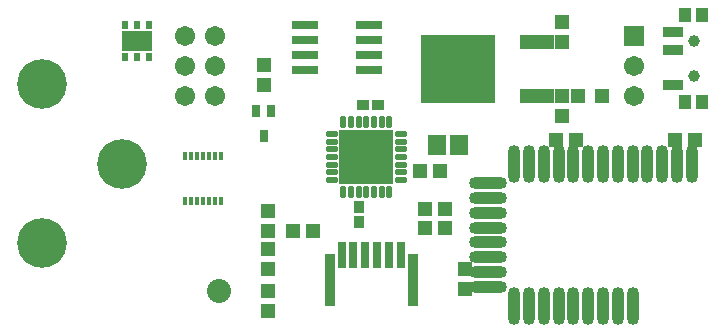
<source format=gbr>
G04 DipTrace 2.4.0.2*
%INTopMask.gbr*%
%MOIN*%
%ADD48C,0.0394*%
%ADD49C,0.08*%
%ADD55R,0.1025X0.0671*%
%ADD57R,0.0237X0.0316*%
%ADD59R,0.0178X0.0316*%
%ADD61O,0.1261X0.0415*%
%ADD63O,0.0415X0.1261*%
%ADD65R,0.0277X0.0415*%
%ADD67R,0.2501X0.2265*%
%ADD69R,0.1163X0.0474*%
%ADD71R,0.1812X0.1812*%
%ADD73O,0.0218X0.0415*%
%ADD75O,0.0415X0.0218*%
%ADD77R,0.0867X0.0316*%
%ADD79C,0.1655*%
%ADD81R,0.0474X0.0474*%
%ADD85C,0.0671*%
%ADD87R,0.067X0.067*%
%ADD89R,0.0356X0.1734*%
%ADD91R,0.0316X0.0867*%
%ADD93R,0.0592X0.0671*%
%ADD95R,0.0513X0.0474*%
%ADD97R,0.0434X0.0356*%
%ADD99R,0.0356X0.0434*%
%ADD101R,0.0474X0.0513*%
%ADD103R,0.0395X0.0513*%
%ADD105R,0.0671X0.0356*%
%FSLAX44Y44*%
G04*
G70*
G90*
G75*
G01*
%LNTopMask*%
%LPD*%
D105*
X29065Y12565D3*
Y13746D3*
Y14337D3*
D103*
X29478Y12014D3*
X30030D3*
X29478Y14888D3*
X30030D3*
D48*
X29754Y12860D3*
Y14041D3*
D101*
X15565Y5690D3*
Y5021D3*
D99*
X18599Y8504D3*
Y7993D3*
D97*
X18723Y11885D3*
X19235D3*
D101*
X25376Y12192D3*
Y11523D3*
X25375Y14001D3*
Y14670D3*
D95*
X29125Y10720D3*
X29794D3*
X25845D3*
X25176D3*
D101*
X22139Y6428D3*
Y5759D3*
D93*
X21940Y10565D3*
X21192D3*
D91*
X18026Y6890D3*
X18419D3*
X18813D3*
X19207D3*
X19601D3*
X19994D3*
D89*
X17632Y6063D3*
X20388D3*
D87*
X27780Y14200D3*
D85*
Y13200D3*
Y12200D3*
D49*
X13940Y5690D3*
D81*
X26692Y12193D3*
X25905D3*
D101*
X15565Y7690D3*
Y8359D3*
D95*
X17065Y7690D3*
X16396D3*
X20815Y8440D3*
X21484D3*
X20815Y7815D3*
X21484D3*
D101*
X15565Y6440D3*
Y7109D3*
D95*
X21315Y9690D3*
X20646D3*
D101*
X15440Y12565D3*
Y13235D3*
D79*
X10690Y9940D3*
X8040Y7290D3*
Y12590D3*
D85*
X13815Y14190D3*
X13820Y13190D3*
Y12190D3*
X12815Y14190D3*
X12820Y13190D3*
Y12190D3*
D77*
X16815Y14565D3*
Y14065D3*
Y13565D3*
Y13065D3*
X18941D3*
Y13565D3*
Y14065D3*
Y14565D3*
D75*
X17690Y10940D3*
Y10684D3*
Y10428D3*
Y10172D3*
Y9916D3*
Y9660D3*
Y9405D3*
D73*
X18084Y9011D3*
X18340D3*
X18596D3*
X18852D3*
X19108D3*
X19364D3*
X19620D3*
D75*
X20013Y9405D3*
Y9660D3*
Y9916D3*
Y10172D3*
Y10428D3*
Y10684D3*
Y10940D3*
D73*
X19620Y11334D3*
X19364D3*
X19108D3*
X18852D3*
X18596D3*
X18340D3*
X18084D3*
D71*
X18852Y10172D3*
D69*
X24530Y12200D3*
Y13995D3*
D67*
X21892Y13098D3*
D65*
X15686Y11693D3*
X15174D3*
X15430Y10867D3*
D63*
X29690Y9940D3*
X29198D3*
X28706D3*
X28214D3*
X27721D3*
X27229D3*
X26737D3*
X26245D3*
X25753D3*
X25261D3*
X24769D3*
X24277D3*
X23784D3*
D61*
X22918Y9290D3*
Y8798D3*
Y8306D3*
Y7814D3*
Y7322D3*
Y6830D3*
Y6338D3*
Y5846D3*
D63*
X23784Y5196D3*
X24277D3*
X24769D3*
X25261D3*
X25753D3*
X26245D3*
X26737D3*
X27229D3*
X27721D3*
D59*
X12815Y8690D3*
X13012D3*
X13209D3*
X13406D3*
X13603D3*
X13800D3*
X13996D3*
Y10186D3*
X13800D3*
X13603D3*
X13406D3*
X13209D3*
X13012D3*
X12815D3*
D57*
X10815Y14565D3*
Y13502D3*
X11209D3*
Y14565D3*
X11602D3*
Y13502D3*
D55*
X11209Y14034D3*
M02*

</source>
